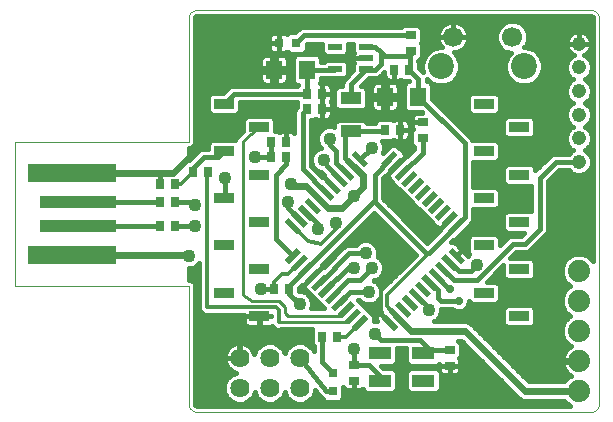
<source format=gtl>
G75*
G70*
%OFA0B0*%
%FSLAX24Y24*%
%IPPOS*%
%LPD*%
%AMOC8*
5,1,8,0,0,1.08239X$1,22.5*
%
%ADD10C,0.0000*%
%ADD11R,0.0276X0.0354*%
%ADD12R,0.0551X0.0630*%
%ADD13R,0.0354X0.0276*%
%ADD14R,0.0315X0.0315*%
%ADD15R,0.0591X0.0197*%
%ADD16R,0.0197X0.0591*%
%ADD17R,0.0748X0.0433*%
%ADD18R,0.0709X0.0394*%
%ADD19R,0.0472X0.0217*%
%ADD20R,0.2953X0.0591*%
%ADD21R,0.2559X0.0394*%
%ADD22R,0.0669X0.0335*%
%ADD23C,0.0640*%
%ADD24C,0.0740*%
%ADD25C,0.0866*%
%ADD26C,0.0669*%
%ADD27C,0.0476*%
%ADD28C,0.0240*%
%ADD29C,0.0160*%
%ADD30C,0.0436*%
%ADD31C,0.0120*%
%ADD32C,0.0290*%
%ADD33C,0.0100*%
D10*
X005900Y000483D02*
X005900Y004401D01*
X000100Y004401D01*
X000100Y009201D01*
X005900Y009201D01*
X005900Y013317D01*
X005902Y013348D01*
X005907Y013379D01*
X005916Y013409D01*
X005928Y013438D01*
X005943Y013466D01*
X005961Y013492D01*
X005982Y013515D01*
X006005Y013536D01*
X006031Y013554D01*
X006059Y013569D01*
X006088Y013581D01*
X006118Y013590D01*
X006149Y013595D01*
X006180Y013597D01*
X019311Y013597D01*
X019342Y013595D01*
X019373Y013589D01*
X019403Y013580D01*
X019432Y013567D01*
X019459Y013551D01*
X019483Y013532D01*
X019506Y013509D01*
X019525Y013485D01*
X019541Y013458D01*
X019554Y013429D01*
X019563Y013399D01*
X019569Y013368D01*
X019571Y013337D01*
X019570Y013337D02*
X019570Y000463D01*
X019571Y000463D02*
X019569Y000431D01*
X019563Y000400D01*
X019554Y000370D01*
X019541Y000341D01*
X019524Y000314D01*
X019505Y000289D01*
X019482Y000266D01*
X019457Y000247D01*
X019430Y000230D01*
X019401Y000217D01*
X019371Y000208D01*
X019340Y000202D01*
X019308Y000200D01*
X019308Y000201D02*
X006183Y000201D01*
X006183Y000200D02*
X006151Y000202D01*
X006120Y000207D01*
X006090Y000216D01*
X006060Y000228D01*
X006032Y000243D01*
X006007Y000262D01*
X005983Y000283D01*
X005962Y000307D01*
X005943Y000332D01*
X005928Y000360D01*
X005916Y000390D01*
X005907Y000420D01*
X005902Y000451D01*
X005900Y000483D01*
D11*
X010344Y002701D03*
X010856Y002701D03*
X009256Y004301D03*
X008744Y004301D03*
X005456Y006401D03*
X004944Y006401D03*
X004944Y007201D03*
X005456Y007201D03*
X005456Y007801D03*
X004944Y007801D03*
X006044Y008201D03*
X006556Y008201D03*
X008644Y008701D03*
X009156Y008701D03*
X009156Y009201D03*
X008644Y009201D03*
X009844Y010301D03*
X010356Y010301D03*
X010356Y010801D03*
X009844Y010801D03*
X012444Y009601D03*
X012956Y009601D03*
X012744Y011601D03*
X013256Y011601D03*
D12*
X013551Y010701D03*
X012449Y010701D03*
X009851Y011601D03*
X008749Y011601D03*
D13*
X013300Y012245D03*
X013300Y012757D03*
X013700Y009857D03*
X013700Y009345D03*
X014600Y002257D03*
X014600Y001745D03*
X011400Y001757D03*
X011400Y001245D03*
D14*
X010700Y001496D03*
X010700Y000905D03*
X009495Y012501D03*
X008905Y012501D03*
D15*
G36*
X011733Y008351D02*
X011316Y008766D01*
X011455Y008905D01*
X011872Y008490D01*
X011733Y008351D01*
G37*
G36*
X011511Y008128D02*
X011094Y008543D01*
X011233Y008682D01*
X011650Y008267D01*
X011511Y008128D01*
G37*
G36*
X011288Y007905D02*
X010871Y008320D01*
X011010Y008459D01*
X011427Y008044D01*
X011288Y007905D01*
G37*
G36*
X011066Y007682D02*
X010649Y008097D01*
X010788Y008236D01*
X011205Y007821D01*
X011066Y007682D01*
G37*
G36*
X010844Y007459D02*
X010427Y007874D01*
X010566Y008013D01*
X010983Y007598D01*
X010844Y007459D01*
G37*
G36*
X010622Y007235D02*
X010205Y007650D01*
X010344Y007789D01*
X010761Y007374D01*
X010622Y007235D01*
G37*
G36*
X010399Y007012D02*
X009982Y007427D01*
X010121Y007566D01*
X010538Y007151D01*
X010399Y007012D01*
G37*
G36*
X010177Y006789D02*
X009760Y007204D01*
X009899Y007343D01*
X010316Y006928D01*
X010177Y006789D01*
G37*
G36*
X009955Y006566D02*
X009538Y006981D01*
X009677Y007120D01*
X010094Y006705D01*
X009955Y006566D01*
G37*
G36*
X009732Y006343D02*
X009315Y006758D01*
X009454Y006897D01*
X009871Y006482D01*
X009732Y006343D01*
G37*
G36*
X009510Y006120D02*
X009093Y006535D01*
X009232Y006674D01*
X009649Y006259D01*
X009510Y006120D01*
G37*
G36*
X013190Y003342D02*
X012773Y003757D01*
X012912Y003896D01*
X013329Y003481D01*
X013190Y003342D01*
G37*
G36*
X012967Y003119D02*
X012550Y003534D01*
X012689Y003673D01*
X013106Y003258D01*
X012967Y003119D01*
G37*
G36*
X012745Y002896D02*
X012328Y003311D01*
X012467Y003450D01*
X012884Y003035D01*
X012745Y002896D01*
G37*
G36*
X013412Y003566D02*
X012995Y003981D01*
X013134Y004120D01*
X013551Y003705D01*
X013412Y003566D01*
G37*
G36*
X013634Y003789D02*
X013217Y004204D01*
X013356Y004343D01*
X013773Y003928D01*
X013634Y003789D01*
G37*
G36*
X013856Y004012D02*
X013439Y004427D01*
X013578Y004566D01*
X013995Y004151D01*
X013856Y004012D01*
G37*
G36*
X014079Y004235D02*
X013662Y004650D01*
X013801Y004789D01*
X014218Y004374D01*
X014079Y004235D01*
G37*
G36*
X014301Y004458D02*
X013884Y004873D01*
X014023Y005012D01*
X014440Y004597D01*
X014301Y004458D01*
G37*
G36*
X014523Y004681D02*
X014106Y005096D01*
X014245Y005235D01*
X014662Y004820D01*
X014523Y004681D01*
G37*
G36*
X014746Y004904D02*
X014329Y005319D01*
X014468Y005458D01*
X014885Y005043D01*
X014746Y004904D01*
G37*
G36*
X014968Y005127D02*
X014551Y005542D01*
X014690Y005681D01*
X015107Y005266D01*
X014968Y005127D01*
G37*
D16*
G36*
X014689Y006128D02*
X014550Y006267D01*
X014965Y006684D01*
X015104Y006545D01*
X014689Y006128D01*
G37*
G36*
X014466Y006351D02*
X014327Y006490D01*
X014742Y006907D01*
X014881Y006768D01*
X014466Y006351D01*
G37*
G36*
X014243Y006573D02*
X014104Y006712D01*
X014519Y007129D01*
X014658Y006990D01*
X014243Y006573D01*
G37*
G36*
X014020Y006795D02*
X013881Y006934D01*
X014296Y007351D01*
X014435Y007212D01*
X014020Y006795D01*
G37*
G36*
X013797Y007018D02*
X013658Y007157D01*
X014073Y007574D01*
X014212Y007435D01*
X013797Y007018D01*
G37*
G36*
X013574Y007240D02*
X013435Y007379D01*
X013850Y007796D01*
X013989Y007657D01*
X013574Y007240D01*
G37*
G36*
X013351Y007462D02*
X013212Y007601D01*
X013627Y008018D01*
X013766Y007879D01*
X013351Y007462D01*
G37*
G36*
X013128Y007685D02*
X012989Y007824D01*
X013404Y008241D01*
X013543Y008102D01*
X013128Y007685D01*
G37*
G36*
X012905Y007907D02*
X012766Y008046D01*
X013181Y008463D01*
X013320Y008324D01*
X012905Y007907D01*
G37*
G36*
X012681Y008129D02*
X012542Y008268D01*
X012957Y008685D01*
X013096Y008546D01*
X012681Y008129D01*
G37*
G36*
X012458Y008352D02*
X012319Y008491D01*
X012734Y008908D01*
X012873Y008769D01*
X012458Y008352D01*
G37*
G36*
X009235Y005117D02*
X009096Y005256D01*
X009511Y005673D01*
X009650Y005534D01*
X009235Y005117D01*
G37*
G36*
X009458Y004894D02*
X009319Y005033D01*
X009734Y005450D01*
X009873Y005311D01*
X009458Y004894D01*
G37*
G36*
X009681Y004672D02*
X009542Y004811D01*
X009957Y005228D01*
X010096Y005089D01*
X009681Y004672D01*
G37*
G36*
X009904Y004450D02*
X009765Y004589D01*
X010180Y005006D01*
X010319Y004867D01*
X009904Y004450D01*
G37*
G36*
X010127Y004227D02*
X009988Y004366D01*
X010403Y004783D01*
X010542Y004644D01*
X010127Y004227D01*
G37*
G36*
X010350Y004005D02*
X010211Y004144D01*
X010626Y004561D01*
X010765Y004422D01*
X010350Y004005D01*
G37*
G36*
X010573Y003783D02*
X010434Y003922D01*
X010849Y004339D01*
X010988Y004200D01*
X010573Y003783D01*
G37*
G36*
X010796Y003561D02*
X010657Y003700D01*
X011072Y004117D01*
X011211Y003978D01*
X010796Y003561D01*
G37*
G36*
X011019Y003338D02*
X010880Y003477D01*
X011295Y003894D01*
X011434Y003755D01*
X011019Y003338D01*
G37*
G36*
X011243Y003116D02*
X011104Y003255D01*
X011519Y003672D01*
X011658Y003533D01*
X011243Y003116D01*
G37*
G36*
X011466Y002894D02*
X011327Y003033D01*
X011742Y003450D01*
X011881Y003311D01*
X011466Y002894D01*
G37*
D17*
X012272Y002153D03*
X012272Y001248D03*
X013728Y001248D03*
X013728Y002153D03*
D18*
X011300Y009549D03*
X011300Y010652D03*
D19*
X010788Y011627D03*
X010788Y012375D03*
X011812Y012375D03*
X011812Y012001D03*
X011812Y011627D03*
D20*
X002021Y008179D03*
X002021Y005423D03*
D21*
X002218Y006407D03*
X002218Y007194D03*
D22*
X007079Y007325D03*
X008260Y006538D03*
X007079Y005750D03*
X008260Y004963D03*
X007079Y004175D03*
X008260Y003388D03*
X008260Y008112D03*
X007079Y008900D03*
X008260Y009687D03*
X007079Y010475D03*
X015740Y010475D03*
X016921Y009687D03*
X015740Y008900D03*
X016921Y008112D03*
X015740Y007325D03*
X016921Y006538D03*
X015740Y005750D03*
X016921Y004963D03*
X015740Y004175D03*
X016921Y003388D03*
D23*
X009600Y002001D03*
X008600Y002001D03*
X007600Y002001D03*
X007600Y001001D03*
X008600Y001001D03*
X009600Y001001D03*
D24*
X018900Y000901D03*
X018900Y001901D03*
X018900Y002901D03*
X018900Y003901D03*
X018900Y004901D03*
D25*
X017078Y011716D03*
X014322Y011716D03*
D26*
X014716Y012701D03*
X016684Y012701D03*
D27*
X018906Y012469D03*
X018906Y011682D03*
X018906Y010894D03*
X018906Y010107D03*
X018906Y009320D03*
X018906Y008532D03*
D28*
X011700Y008101D02*
X011700Y007701D01*
X011400Y007401D01*
X011000Y007001D01*
X010549Y007001D01*
X010260Y007289D01*
X009805Y007745D01*
X009356Y007745D01*
X009300Y007801D01*
X011372Y008405D02*
X011396Y008405D01*
X011700Y008101D01*
X007100Y009901D02*
X005378Y008179D01*
X004800Y008179D01*
X002021Y008179D01*
X002021Y005423D02*
X005822Y005423D01*
X005900Y005401D01*
X012828Y003396D02*
X013324Y002901D01*
X015100Y002901D01*
X017100Y000901D01*
X018900Y000901D01*
D29*
X018442Y001249D02*
X017205Y001249D01*
X017233Y001221D02*
X015371Y003082D01*
X015281Y003172D01*
X015164Y003221D01*
X014075Y003221D01*
X014137Y003246D01*
X014254Y003364D01*
X014318Y003517D01*
X014318Y003621D01*
X014692Y003621D01*
X014705Y003608D01*
X014831Y003556D01*
X014969Y003556D01*
X015095Y003608D01*
X015192Y003705D01*
X015245Y003832D01*
X015245Y003886D01*
X015323Y003808D01*
X016158Y003808D01*
X016275Y003925D01*
X016275Y004426D01*
X016158Y004543D01*
X015838Y004543D01*
X016387Y005091D01*
X016387Y004713D01*
X016504Y004596D01*
X017339Y004596D01*
X017456Y004713D01*
X017456Y005213D01*
X017339Y005330D01*
X016626Y005330D01*
X016816Y005521D01*
X017156Y005521D01*
X017259Y005563D01*
X017759Y006063D01*
X017837Y006142D01*
X017880Y006245D01*
X017880Y007885D01*
X018247Y008252D01*
X018567Y008252D01*
X018658Y008161D01*
X018819Y008094D01*
X018993Y008094D01*
X019154Y008161D01*
X019278Y008284D01*
X019344Y008445D01*
X019344Y008619D01*
X019278Y008780D01*
X019154Y008904D01*
X019101Y008926D01*
X019154Y008948D01*
X019278Y009071D01*
X019344Y009232D01*
X019344Y009407D01*
X019278Y009568D01*
X019154Y009691D01*
X019101Y009713D01*
X019154Y009736D01*
X019278Y009859D01*
X019344Y010020D01*
X019344Y010194D01*
X019278Y010355D01*
X019154Y010478D01*
X019101Y010501D01*
X019154Y010523D01*
X019278Y010646D01*
X019344Y010807D01*
X019344Y010981D01*
X019278Y011143D01*
X019154Y011266D01*
X019101Y011288D01*
X019154Y011310D01*
X019278Y011434D01*
X019344Y011595D01*
X019344Y011769D01*
X019278Y011930D01*
X019154Y012053D01*
X019075Y012086D01*
X019125Y012112D01*
X019179Y012150D01*
X019225Y012197D01*
X019264Y012250D01*
X019294Y012309D01*
X019314Y012371D01*
X019324Y012436D01*
X019324Y012469D01*
X018906Y012469D01*
X018488Y012469D01*
X018488Y012436D01*
X018498Y012371D01*
X018519Y012309D01*
X018549Y012250D01*
X018587Y012197D01*
X018634Y012150D01*
X018687Y012112D01*
X018737Y012086D01*
X018658Y012053D01*
X018535Y011930D01*
X018468Y011769D01*
X018468Y011595D01*
X018535Y011434D01*
X018658Y011310D01*
X018712Y011288D01*
X018658Y011266D01*
X018535Y011143D01*
X018468Y010981D01*
X018468Y010807D01*
X018535Y010646D01*
X018658Y010523D01*
X018712Y010501D01*
X018658Y010478D01*
X018535Y010355D01*
X018468Y010194D01*
X018468Y010020D01*
X018535Y009859D01*
X018658Y009736D01*
X018712Y009713D01*
X018658Y009691D01*
X018535Y009568D01*
X018468Y009407D01*
X018468Y009232D01*
X018535Y009071D01*
X018658Y008948D01*
X018712Y008926D01*
X018658Y008904D01*
X018567Y008812D01*
X018076Y008812D01*
X017973Y008769D01*
X017456Y008253D01*
X017456Y008363D01*
X017339Y008480D01*
X016504Y008480D01*
X016387Y008363D01*
X016387Y007862D01*
X016504Y007745D01*
X017320Y007745D01*
X017320Y006905D01*
X016504Y006905D01*
X016387Y006788D01*
X016387Y006287D01*
X016504Y006170D01*
X017074Y006170D01*
X016984Y006081D01*
X016644Y006081D01*
X016541Y006038D01*
X016463Y005959D01*
X016275Y005771D01*
X016275Y006000D01*
X016158Y006118D01*
X015323Y006118D01*
X015206Y006000D01*
X015206Y005500D01*
X015257Y005449D01*
X015218Y005410D01*
X015026Y005602D01*
X014800Y005827D01*
X014759Y005850D01*
X014713Y005862D01*
X014665Y005862D01*
X014655Y005860D01*
X014723Y005928D01*
X014772Y005928D01*
X015306Y006464D01*
X015306Y006510D01*
X015337Y006542D01*
X015380Y006645D01*
X015380Y006958D01*
X016158Y006958D01*
X016275Y007075D01*
X016275Y007575D01*
X016158Y007692D01*
X015380Y007692D01*
X015380Y008533D01*
X016158Y008533D01*
X016275Y008650D01*
X016275Y009150D01*
X016158Y009267D01*
X015355Y009267D01*
X015337Y009310D01*
X015259Y009389D01*
X014027Y010621D01*
X014027Y011098D01*
X013910Y011216D01*
X013831Y011216D01*
X013831Y011312D01*
X013963Y011180D01*
X014196Y011083D01*
X014448Y011083D01*
X014681Y011180D01*
X014859Y011358D01*
X014955Y011590D01*
X014955Y011842D01*
X014859Y012075D01*
X014748Y012186D01*
X014756Y012186D01*
X014836Y012199D01*
X014913Y012224D01*
X014985Y012260D01*
X015051Y012308D01*
X015108Y012365D01*
X015156Y012431D01*
X015193Y012503D01*
X015218Y012580D01*
X015230Y012660D01*
X015230Y012701D01*
X015230Y012741D01*
X015218Y012821D01*
X015193Y012898D01*
X015156Y012970D01*
X015108Y013036D01*
X015051Y013093D01*
X014985Y013141D01*
X014913Y013178D01*
X014836Y013203D01*
X014756Y013215D01*
X014716Y013215D01*
X014716Y012701D01*
X014716Y012701D01*
X015230Y012701D01*
X014716Y012701D01*
X014716Y012701D01*
X014716Y013215D01*
X014675Y013215D01*
X014595Y013203D01*
X014518Y013178D01*
X014446Y013141D01*
X014380Y013093D01*
X014323Y013036D01*
X014276Y012970D01*
X014239Y012898D01*
X014214Y012821D01*
X014201Y012741D01*
X014201Y012701D01*
X014716Y012701D01*
X014716Y012701D01*
X014201Y012701D01*
X014201Y012660D01*
X014214Y012580D01*
X014239Y012503D01*
X014276Y012431D01*
X014323Y012365D01*
X014339Y012349D01*
X014196Y012349D01*
X013963Y012253D01*
X013785Y012075D01*
X013689Y011842D01*
X013689Y011590D01*
X013708Y011545D01*
X013594Y011659D01*
X013594Y011861D01*
X013557Y011897D01*
X013558Y011907D01*
X013560Y011907D01*
X013677Y012024D01*
X013677Y012465D01*
X013642Y012501D01*
X013677Y012536D01*
X013677Y012977D01*
X013560Y013094D01*
X013040Y013094D01*
X012982Y013037D01*
X009695Y013037D01*
X009593Y012994D01*
X009457Y012858D01*
X009255Y012858D01*
X009186Y012789D01*
X009173Y012802D01*
X009132Y012826D01*
X009086Y012838D01*
X008905Y012838D01*
X008905Y012501D01*
X008905Y012501D01*
X008905Y012838D01*
X008724Y012838D01*
X008678Y012826D01*
X008637Y012802D01*
X008603Y012769D01*
X008580Y012728D01*
X008567Y012682D01*
X008567Y012501D01*
X008905Y012501D01*
X008905Y012501D01*
X008905Y012163D01*
X009086Y012163D01*
X009132Y012175D01*
X009173Y012199D01*
X009186Y012212D01*
X009255Y012143D01*
X009736Y012143D01*
X009853Y012260D01*
X009853Y012462D01*
X009867Y012477D01*
X010352Y012477D01*
X010352Y012184D01*
X010469Y012066D01*
X011107Y012066D01*
X011224Y012184D01*
X011224Y012477D01*
X011376Y012477D01*
X011376Y012184D01*
X011402Y012157D01*
X011396Y012133D01*
X011396Y012001D01*
X011812Y012001D01*
X011812Y012001D01*
X011396Y012001D01*
X011396Y011869D01*
X011402Y011844D01*
X011376Y011818D01*
X011376Y011586D01*
X011063Y011273D01*
X011020Y011170D01*
X011020Y011049D01*
X010863Y011049D01*
X010746Y010932D01*
X010746Y010372D01*
X010863Y010255D01*
X011737Y010255D01*
X011854Y010372D01*
X011854Y010932D01*
X011737Y011049D01*
X011630Y011049D01*
X011900Y011318D01*
X012131Y011318D01*
X012133Y011321D01*
X012156Y011321D01*
X012259Y011363D01*
X012337Y011442D01*
X012426Y011531D01*
X012426Y011400D01*
X012439Y011354D01*
X012462Y011313D01*
X012496Y011279D01*
X012537Y011256D01*
X012583Y011243D01*
X012744Y011243D01*
X012744Y011601D01*
X012744Y011601D01*
X012744Y011243D01*
X012906Y011243D01*
X012951Y011256D01*
X012984Y011275D01*
X013035Y011223D01*
X013237Y011223D01*
X013245Y011216D01*
X013193Y011216D01*
X013076Y011098D01*
X013076Y010303D01*
X013193Y010186D01*
X013670Y010186D01*
X013682Y010174D01*
X013499Y010174D01*
X013453Y010162D01*
X013412Y010138D01*
X013379Y010105D01*
X013355Y010064D01*
X013343Y010018D01*
X013343Y009857D01*
X013700Y009857D01*
X013700Y009857D01*
X013343Y009857D01*
X013343Y009695D01*
X013355Y009649D01*
X013274Y009649D01*
X013274Y009601D02*
X013274Y009801D01*
X013261Y009847D01*
X013238Y009888D01*
X013204Y009922D01*
X013163Y009946D01*
X013117Y009958D01*
X012956Y009958D01*
X012956Y009601D01*
X012956Y009601D01*
X012956Y009958D01*
X012794Y009958D01*
X012749Y009946D01*
X012716Y009927D01*
X012665Y009978D01*
X012223Y009978D01*
X012106Y009861D01*
X012106Y009829D01*
X011854Y009829D01*
X011737Y009946D01*
X010863Y009946D01*
X010746Y009829D01*
X010746Y009693D01*
X010683Y009719D01*
X010517Y009719D01*
X010363Y009655D01*
X010246Y009537D01*
X010182Y009384D01*
X010182Y009217D01*
X010246Y009064D01*
X010298Y009011D01*
X010163Y008955D01*
X010046Y008837D01*
X009982Y008684D01*
X009982Y008517D01*
X010046Y008364D01*
X010163Y008246D01*
X010317Y008183D01*
X010322Y008183D01*
X010401Y008104D01*
X010368Y008071D01*
X010344Y008047D01*
X009980Y008411D01*
X009980Y009923D01*
X010065Y009923D01*
X010116Y009975D01*
X010149Y009956D01*
X010194Y009943D01*
X010356Y009943D01*
X010517Y009943D01*
X010563Y009956D01*
X010604Y009979D01*
X010638Y010013D01*
X010661Y010054D01*
X010674Y010100D01*
X010674Y010301D01*
X010674Y010501D01*
X010661Y010547D01*
X010659Y010551D01*
X010661Y010554D01*
X010674Y010600D01*
X010746Y010600D01*
X010674Y010600D02*
X010674Y010801D01*
X010674Y011001D01*
X010661Y011047D01*
X010638Y011088D01*
X010604Y011122D01*
X010563Y011146D01*
X010517Y011158D01*
X010356Y011158D01*
X010356Y010801D01*
X010356Y010801D01*
X010356Y011158D01*
X010282Y011158D01*
X010327Y011203D01*
X010327Y011321D01*
X010467Y011321D01*
X010469Y011318D01*
X011107Y011318D01*
X011224Y011436D01*
X011224Y011818D01*
X011107Y011935D01*
X010469Y011935D01*
X010415Y011881D01*
X010327Y011881D01*
X010327Y011998D01*
X010210Y012116D01*
X009493Y012116D01*
X009376Y011998D01*
X009376Y011203D01*
X009493Y011086D01*
X009531Y011086D01*
X009526Y011081D01*
X007349Y011081D01*
X007246Y011038D01*
X007050Y010842D01*
X006661Y010842D01*
X006544Y010725D01*
X006544Y010224D01*
X006661Y010107D01*
X007496Y010107D01*
X007613Y010224D01*
X007613Y010521D01*
X009506Y010521D01*
X009506Y010359D01*
X009463Y010315D01*
X009420Y010212D01*
X009420Y009506D01*
X009404Y009522D01*
X009363Y009546D01*
X009317Y009558D01*
X009156Y009558D01*
X009156Y009201D01*
X009156Y009201D01*
X009156Y009558D01*
X008994Y009558D01*
X008949Y009546D01*
X008916Y009527D01*
X008865Y009578D01*
X008794Y009578D01*
X008794Y009937D01*
X008677Y010055D01*
X007842Y010055D01*
X007725Y009937D01*
X007725Y009572D01*
X007570Y009444D01*
X007558Y009439D01*
X007532Y009413D01*
X007503Y009389D01*
X007497Y009378D01*
X007488Y009369D01*
X007474Y009334D01*
X007456Y009301D01*
X007455Y009289D01*
X007450Y009277D01*
X007450Y009267D01*
X006661Y009267D01*
X006544Y009150D01*
X006544Y008981D01*
X006344Y008981D01*
X006241Y008938D01*
X005900Y008597D01*
X005900Y009001D01*
X005983Y009001D01*
X006100Y009118D01*
X006100Y013317D01*
X006102Y013332D01*
X006113Y013361D01*
X006136Y013383D01*
X006164Y013395D01*
X006180Y013397D01*
X019311Y013397D01*
X019326Y013395D01*
X019353Y013379D01*
X019368Y013353D01*
X019370Y013337D01*
X019370Y005237D01*
X019223Y005384D01*
X019013Y005471D01*
X018787Y005471D01*
X018577Y005384D01*
X018417Y005224D01*
X018330Y005014D01*
X018330Y004787D01*
X018417Y004578D01*
X018577Y004417D01*
X018618Y004401D01*
X018577Y004384D01*
X018417Y004224D01*
X018330Y004014D01*
X018330Y003787D01*
X018417Y003578D01*
X018577Y003417D01*
X018618Y003401D01*
X018577Y003384D01*
X018417Y003224D01*
X018330Y003014D01*
X018330Y002787D01*
X018417Y002578D01*
X018577Y002417D01*
X018646Y002389D01*
X018612Y002371D01*
X018542Y002320D01*
X018480Y002259D01*
X018430Y002189D01*
X018390Y002112D01*
X018364Y002029D01*
X018350Y001944D01*
X018350Y001921D01*
X018880Y001921D01*
X018880Y001881D01*
X018350Y001881D01*
X018350Y001857D01*
X018364Y001772D01*
X018390Y001690D01*
X018430Y001612D01*
X018480Y001542D01*
X018542Y001481D01*
X018612Y001430D01*
X018646Y001413D01*
X018577Y001384D01*
X018417Y001224D01*
X018416Y001221D01*
X017233Y001221D01*
X017046Y001407D02*
X018633Y001407D01*
X018464Y001566D02*
X016888Y001566D01*
X016729Y001724D02*
X018379Y001724D01*
X018367Y002041D02*
X016412Y002041D01*
X016571Y001883D02*
X018880Y001883D01*
X018437Y002200D02*
X016254Y002200D01*
X016095Y002358D02*
X018594Y002358D01*
X018478Y002517D02*
X015937Y002517D01*
X015778Y002675D02*
X018376Y002675D01*
X018330Y002834D02*
X015620Y002834D01*
X015461Y002992D02*
X018330Y002992D01*
X018387Y003151D02*
X017456Y003151D01*
X017456Y003138D02*
X017456Y003638D01*
X017339Y003755D01*
X016504Y003755D01*
X016387Y003638D01*
X016387Y003138D01*
X016504Y003021D01*
X017339Y003021D01*
X017456Y003138D01*
X017456Y003309D02*
X018502Y003309D01*
X018527Y003468D02*
X017456Y003468D01*
X017456Y003626D02*
X018397Y003626D01*
X018331Y003785D02*
X015225Y003785D01*
X015113Y003626D02*
X016387Y003626D01*
X016387Y003468D02*
X014297Y003468D01*
X014200Y003309D02*
X016387Y003309D01*
X016387Y003151D02*
X015303Y003151D01*
X014967Y002581D02*
X016919Y000629D01*
X017036Y000581D01*
X018416Y000581D01*
X018417Y000578D01*
X018577Y000417D01*
X018618Y000401D01*
X006183Y000401D01*
X006167Y000402D01*
X006137Y000415D01*
X006114Y000437D01*
X006102Y000467D01*
X006100Y000483D01*
X006100Y004483D01*
X005983Y004601D01*
X005900Y004601D01*
X005900Y004983D01*
X005983Y004983D01*
X006137Y005046D01*
X006240Y005149D01*
X006240Y003649D01*
X006280Y003553D01*
X006353Y003480D01*
X006448Y003441D01*
X007745Y003441D01*
X007745Y003392D01*
X008256Y003392D01*
X008256Y003441D01*
X008264Y003441D01*
X008264Y003392D01*
X008640Y003392D01*
X008640Y003384D01*
X008264Y003384D01*
X008264Y003392D01*
X008256Y003392D01*
X008256Y003384D01*
X008264Y003384D01*
X008264Y003041D01*
X008618Y003041D01*
X008664Y003053D01*
X008677Y003060D01*
X008680Y003053D01*
X008753Y002980D01*
X008848Y002941D01*
X008952Y002941D01*
X008976Y002951D01*
X010006Y002951D01*
X010006Y002441D01*
X010064Y002383D01*
X010064Y002239D01*
X010041Y002295D01*
X009895Y002441D01*
X009703Y002521D01*
X009497Y002521D01*
X009305Y002441D01*
X009159Y002295D01*
X009100Y002152D01*
X009041Y002295D01*
X008895Y002441D01*
X008703Y002521D01*
X008497Y002521D01*
X008305Y002441D01*
X008159Y002295D01*
X008087Y002120D01*
X008063Y002193D01*
X008028Y002263D01*
X007981Y002326D01*
X007926Y002382D01*
X007862Y002428D01*
X007792Y002464D01*
X007717Y002488D01*
X007639Y002501D01*
X007609Y002501D01*
X007609Y002009D01*
X007591Y002009D01*
X007591Y001992D01*
X007100Y001992D01*
X007100Y001961D01*
X007112Y001884D01*
X007137Y001809D01*
X007172Y001739D01*
X007219Y001675D01*
X007274Y001619D01*
X007338Y001573D01*
X007408Y001537D01*
X007480Y001514D01*
X007305Y001441D01*
X007159Y001295D01*
X007080Y001104D01*
X007080Y000897D01*
X007159Y000706D01*
X007305Y000560D01*
X007497Y000481D01*
X007703Y000481D01*
X007895Y000560D01*
X008041Y000706D01*
X008100Y000849D01*
X008159Y000706D01*
X008305Y000560D01*
X008497Y000481D01*
X008703Y000481D01*
X008895Y000560D01*
X009041Y000706D01*
X009100Y000849D01*
X009159Y000706D01*
X009305Y000560D01*
X009497Y000481D01*
X009703Y000481D01*
X009895Y000560D01*
X010041Y000706D01*
X010120Y000897D01*
X010120Y000922D01*
X010252Y000760D01*
X010258Y000747D01*
X010287Y000717D01*
X010314Y000685D01*
X010326Y000678D01*
X010337Y000668D01*
X010343Y000666D01*
X010343Y000665D01*
X010460Y000548D01*
X010940Y000548D01*
X011057Y000665D01*
X011057Y001033D01*
X011079Y000996D01*
X011112Y000963D01*
X011153Y000939D01*
X011199Y000927D01*
X011400Y000927D01*
X011601Y000927D01*
X011647Y000939D01*
X011688Y000963D01*
X011698Y000973D01*
X011698Y000948D01*
X011815Y000831D01*
X012729Y000831D01*
X012846Y000948D01*
X012846Y001547D01*
X012729Y001664D01*
X012388Y001664D01*
X012316Y001737D01*
X012729Y001737D01*
X012846Y001854D01*
X012846Y002321D01*
X013154Y002321D01*
X013154Y001854D01*
X013271Y001737D01*
X014185Y001737D01*
X014243Y001794D01*
X014243Y001745D01*
X014600Y001745D01*
X014957Y001745D01*
X014957Y001906D01*
X014945Y001952D01*
X014926Y001985D01*
X014977Y002036D01*
X014977Y002477D01*
X014874Y002581D01*
X014967Y002581D01*
X014938Y002517D02*
X015031Y002517D01*
X014977Y002358D02*
X015190Y002358D01*
X015348Y002200D02*
X014977Y002200D01*
X014977Y002041D02*
X015507Y002041D01*
X015665Y001883D02*
X014957Y001883D01*
X014957Y001745D02*
X014600Y001745D01*
X014600Y001745D01*
X014600Y001745D01*
X014243Y001745D01*
X014243Y001607D01*
X014185Y001664D01*
X013271Y001664D01*
X013154Y001547D01*
X013154Y000948D01*
X013271Y000831D01*
X014185Y000831D01*
X014302Y000948D01*
X014302Y001473D01*
X014312Y001463D01*
X014353Y001439D01*
X014399Y001427D01*
X014600Y001427D01*
X014801Y001427D01*
X014847Y001439D01*
X014888Y001463D01*
X014921Y001496D01*
X014945Y001537D01*
X014957Y001583D01*
X014957Y001745D01*
X014957Y001724D02*
X015824Y001724D01*
X015982Y001566D02*
X014952Y001566D01*
X014600Y001566D02*
X014600Y001566D01*
X014600Y001427D02*
X014600Y001745D01*
X014600Y001745D01*
X014600Y001427D01*
X014302Y001407D02*
X016141Y001407D01*
X016299Y001249D02*
X014302Y001249D01*
X014302Y001090D02*
X016458Y001090D01*
X016616Y000932D02*
X014286Y000932D01*
X014243Y001724D02*
X012328Y001724D01*
X012272Y001385D02*
X011900Y001757D01*
X011400Y001757D01*
X011400Y002301D01*
X012100Y002801D02*
X012300Y002601D01*
X013600Y002601D01*
X013831Y002369D01*
X013831Y002257D01*
X013728Y002153D01*
X013831Y002257D02*
X014600Y002257D01*
X014600Y001724D02*
X014600Y001724D01*
X013173Y001566D02*
X012827Y001566D01*
X012846Y001407D02*
X013154Y001407D01*
X013154Y001249D02*
X012846Y001249D01*
X012846Y001090D02*
X013154Y001090D01*
X013171Y000932D02*
X012829Y000932D01*
X012272Y001248D02*
X012272Y001385D01*
X011714Y000932D02*
X011618Y000932D01*
X011400Y000932D02*
X011400Y000932D01*
X011400Y000927D02*
X011400Y001245D01*
X011400Y001245D01*
X011400Y000927D01*
X011400Y001090D02*
X011400Y001090D01*
X011182Y000932D02*
X011057Y000932D01*
X011057Y000773D02*
X016775Y000773D01*
X016954Y000615D02*
X011007Y000615D01*
X010700Y000905D02*
X010495Y000905D01*
X009600Y002001D01*
X009120Y002200D02*
X009080Y002200D01*
X008978Y002358D02*
X009222Y002358D01*
X009487Y002517D02*
X008713Y002517D01*
X008487Y002517D02*
X006100Y002517D01*
X006100Y002675D02*
X010006Y002675D01*
X010006Y002517D02*
X009713Y002517D01*
X009978Y002358D02*
X010064Y002358D01*
X010344Y002701D02*
X010344Y001852D01*
X010700Y001496D01*
X010242Y000773D02*
X010069Y000773D01*
X009949Y000615D02*
X010393Y000615D01*
X009251Y000615D02*
X008949Y000615D01*
X009069Y000773D02*
X009131Y000773D01*
X008251Y000615D02*
X007949Y000615D01*
X008069Y000773D02*
X008131Y000773D01*
X007251Y000615D02*
X006100Y000615D01*
X006100Y000773D02*
X007131Y000773D01*
X007080Y000932D02*
X006100Y000932D01*
X006100Y001090D02*
X007080Y001090D01*
X007140Y001249D02*
X006100Y001249D01*
X006100Y001407D02*
X007271Y001407D01*
X007352Y001566D02*
X006100Y001566D01*
X006100Y001724D02*
X007183Y001724D01*
X007113Y001883D02*
X006100Y001883D01*
X006100Y002041D02*
X007100Y002041D01*
X007100Y002040D02*
X007100Y002009D01*
X007591Y002009D01*
X007591Y002501D01*
X007561Y002501D01*
X007483Y002488D01*
X007408Y002464D01*
X007338Y002428D01*
X007274Y002382D01*
X007219Y002326D01*
X007172Y002263D01*
X007137Y002193D01*
X007112Y002118D01*
X007100Y002040D01*
X007140Y002200D02*
X006100Y002200D01*
X006100Y002358D02*
X007250Y002358D01*
X007591Y002358D02*
X007609Y002358D01*
X007609Y002200D02*
X007591Y002200D01*
X007591Y002041D02*
X007609Y002041D01*
X007950Y002358D02*
X008222Y002358D01*
X008120Y002200D02*
X008060Y002200D01*
X008741Y002992D02*
X006100Y002992D01*
X006100Y002834D02*
X010006Y002834D01*
X009990Y003651D02*
X010018Y003717D01*
X010018Y003884D01*
X009954Y004037D01*
X009837Y004155D01*
X009683Y004219D01*
X009594Y004219D01*
X009594Y004329D01*
X009681Y004416D01*
X009706Y004391D01*
X010042Y004728D01*
X010377Y005064D01*
X010403Y005039D01*
X011023Y005659D01*
X011102Y005738D01*
X011205Y005781D01*
X011489Y005781D01*
X011563Y005855D01*
X011717Y005919D01*
X011883Y005919D01*
X012037Y005855D01*
X012154Y005737D01*
X012218Y005584D01*
X012218Y005417D01*
X012199Y005371D01*
X012237Y005355D01*
X012354Y005237D01*
X012418Y005084D01*
X012418Y004917D01*
X012354Y004764D01*
X012237Y004646D01*
X012083Y004583D01*
X012071Y004583D01*
X012137Y004555D01*
X012254Y004437D01*
X012317Y004286D01*
X013468Y005436D01*
X012085Y006820D01*
X010353Y005089D01*
X010377Y005064D01*
X010042Y004728D01*
X010042Y004728D01*
X010042Y004728D01*
X009706Y004391D01*
X009787Y004311D01*
X009787Y004283D01*
X010010Y004060D01*
X010233Y003838D01*
X010421Y003651D01*
X009990Y003651D01*
X010018Y003785D02*
X010287Y003785D01*
X010233Y003838D02*
X010233Y003838D01*
X010128Y003943D02*
X009994Y003943D01*
X010010Y004060D02*
X010010Y004060D01*
X009969Y004102D02*
X009890Y004102D01*
X009810Y004260D02*
X009594Y004260D01*
X009734Y004419D02*
X009734Y004419D01*
X009892Y004577D02*
X009892Y004577D01*
X010050Y004736D02*
X010050Y004736D01*
X010208Y004894D02*
X010208Y004894D01*
X010366Y005053D02*
X010366Y005053D01*
X010389Y005053D02*
X010416Y005053D01*
X010476Y005211D02*
X010575Y005211D01*
X010634Y005370D02*
X010733Y005370D01*
X010793Y005528D02*
X010892Y005528D01*
X010951Y005687D02*
X011050Y005687D01*
X011110Y005845D02*
X011553Y005845D01*
X011268Y006004D02*
X012901Y006004D01*
X012742Y006162D02*
X011427Y006162D01*
X011585Y006321D02*
X012584Y006321D01*
X012425Y006479D02*
X011744Y006479D01*
X011902Y006638D02*
X012267Y006638D01*
X012108Y006796D02*
X012061Y006796D01*
X012583Y007113D02*
X013417Y007113D01*
X013457Y007073D02*
X013680Y006851D01*
X013680Y006851D01*
X013903Y006628D01*
X014160Y006372D01*
X014188Y006372D01*
X014269Y006292D01*
X014282Y006279D01*
X013850Y005847D01*
X012380Y007317D01*
X012380Y007985D01*
X012475Y008080D01*
X012484Y008071D01*
X012819Y008407D01*
X012484Y008071D01*
X012564Y007990D01*
X012565Y007962D01*
X012788Y007740D01*
X012788Y007740D01*
X013011Y007518D01*
X013011Y007518D01*
X013234Y007295D01*
X013457Y007073D01*
X013457Y007073D01*
X013576Y006955D02*
X012742Y006955D01*
X012900Y006796D02*
X013735Y006796D01*
X013894Y006638D02*
X013059Y006638D01*
X013217Y006479D02*
X014053Y006479D01*
X013903Y006628D02*
X013903Y006628D01*
X014240Y006321D02*
X013376Y006321D01*
X013534Y006162D02*
X014166Y006162D01*
X014269Y006292D02*
X014604Y006629D01*
X014604Y006629D01*
X014269Y006292D01*
X014297Y006321D02*
X014297Y006321D01*
X014455Y006479D02*
X014455Y006479D01*
X014806Y006406D02*
X014827Y006406D01*
X014827Y006428D01*
X015100Y006701D01*
X015100Y009152D01*
X013551Y010701D01*
X013551Y011305D01*
X013256Y011601D01*
X013300Y012245D01*
X013197Y012053D01*
X012447Y012053D01*
X012300Y012201D01*
X012300Y011801D01*
X012100Y011601D01*
X011838Y011601D01*
X011812Y011627D01*
X011300Y011115D01*
X011300Y010652D01*
X010746Y010759D02*
X010674Y010759D01*
X010674Y010801D02*
X010356Y010801D01*
X010674Y010801D01*
X010674Y010917D02*
X010746Y010917D01*
X010645Y011076D02*
X011020Y011076D01*
X011046Y011234D02*
X010327Y011234D01*
X010356Y011076D02*
X010356Y011076D01*
X010356Y010917D02*
X010356Y010917D01*
X010356Y010801D02*
X010356Y010801D01*
X010356Y010443D01*
X010356Y010301D01*
X010356Y010301D01*
X010356Y010801D01*
X010356Y010801D01*
X010356Y010759D02*
X010356Y010759D01*
X010356Y010600D02*
X010356Y010600D01*
X010356Y010442D02*
X010356Y010442D01*
X010356Y010301D02*
X010674Y010301D01*
X010356Y010301D01*
X010356Y010301D01*
X010356Y009943D01*
X010356Y010301D01*
X010356Y010301D01*
X010356Y010283D02*
X010356Y010283D01*
X010356Y010125D02*
X010356Y010125D01*
X010356Y009966D02*
X010356Y009966D01*
X010581Y009966D02*
X012212Y009966D01*
X012150Y010206D02*
X012391Y010206D01*
X012391Y010643D01*
X011993Y010643D01*
X011993Y010362D01*
X012005Y010316D01*
X012029Y010275D01*
X012063Y010242D01*
X012104Y010218D01*
X012150Y010206D01*
X012025Y010283D02*
X011765Y010283D01*
X011854Y010442D02*
X011993Y010442D01*
X011993Y010600D02*
X011854Y010600D01*
X011854Y010759D02*
X011993Y010759D01*
X011993Y010758D02*
X011993Y011039D01*
X012005Y011085D01*
X012029Y011126D01*
X012063Y011160D01*
X012104Y011183D01*
X012150Y011196D01*
X012391Y011196D01*
X012391Y010758D01*
X012391Y010643D01*
X012507Y010643D01*
X012507Y010758D01*
X012904Y010758D01*
X012904Y011039D01*
X012892Y011085D01*
X012868Y011126D01*
X012835Y011160D01*
X012794Y011183D01*
X012748Y011196D01*
X012507Y011196D01*
X012507Y010758D01*
X012391Y010758D01*
X011993Y010758D01*
X011993Y010917D02*
X011854Y010917D01*
X012003Y011076D02*
X011657Y011076D01*
X011815Y011234D02*
X013025Y011234D01*
X013076Y011076D02*
X012895Y011076D01*
X012904Y010917D02*
X013076Y010917D01*
X013076Y010759D02*
X012904Y010759D01*
X012904Y010643D02*
X012507Y010643D01*
X012507Y010206D01*
X012748Y010206D01*
X012794Y010218D01*
X012835Y010242D01*
X012868Y010275D01*
X012892Y010316D01*
X012904Y010362D01*
X012904Y010643D01*
X012904Y010600D02*
X013076Y010600D01*
X013076Y010442D02*
X012904Y010442D01*
X012873Y010283D02*
X013095Y010283D01*
X013399Y010125D02*
X010674Y010125D01*
X010674Y010283D02*
X010835Y010283D01*
X010746Y010442D02*
X010674Y010442D01*
X010131Y009966D02*
X010107Y009966D01*
X009980Y009808D02*
X010746Y009808D01*
X010357Y009649D02*
X009980Y009649D01*
X009980Y009491D02*
X010226Y009491D01*
X010182Y009332D02*
X009980Y009332D01*
X009980Y009174D02*
X010200Y009174D01*
X010294Y009015D02*
X009980Y009015D01*
X009980Y008857D02*
X010065Y008857D01*
X009988Y008698D02*
X009980Y008698D01*
X009980Y008540D02*
X009982Y008540D01*
X010010Y008381D02*
X010038Y008381D01*
X010168Y008223D02*
X010220Y008223D01*
X010327Y008064D02*
X010361Y008064D01*
X010368Y008071D02*
X010705Y007736D01*
X010705Y007736D01*
X010368Y008071D01*
X010375Y008064D02*
X010375Y008064D01*
X010534Y007906D02*
X010534Y007906D01*
X010693Y007747D02*
X010693Y007747D01*
X010927Y007959D02*
X010927Y007973D01*
X010500Y008401D01*
X010400Y008601D01*
X010800Y008501D02*
X011119Y008182D01*
X011149Y008182D01*
X011372Y008405D02*
X011100Y008677D01*
X011100Y009501D01*
X011149Y009549D01*
X011300Y009549D01*
X012393Y009549D01*
X012444Y009601D01*
X012360Y009223D02*
X012665Y009223D01*
X012716Y009275D01*
X012749Y009256D01*
X012794Y009243D01*
X012956Y009243D01*
X013117Y009243D01*
X013163Y009256D01*
X013204Y009279D01*
X013238Y009313D01*
X013261Y009354D01*
X013274Y009400D01*
X013274Y009601D01*
X012956Y009601D01*
X012956Y009601D01*
X013274Y009601D01*
X013323Y009565D02*
X013323Y009124D01*
X013421Y009026D01*
X013422Y008960D01*
X013180Y008719D01*
X013155Y008744D01*
X012819Y008407D01*
X012819Y008407D01*
X013155Y008744D01*
X013074Y008824D01*
X013074Y008853D01*
X012818Y009108D01*
X012652Y009108D01*
X012387Y008842D01*
X012418Y008917D01*
X012418Y009084D01*
X012360Y009223D01*
X012381Y009174D02*
X013323Y009174D01*
X013421Y009015D02*
X012911Y009015D01*
X013070Y008857D02*
X013318Y008857D01*
X013109Y008698D02*
X013109Y008698D01*
X012951Y008540D02*
X012951Y008540D01*
X012819Y008407D02*
X012819Y008407D01*
X012793Y008381D02*
X012793Y008381D01*
X012635Y008223D02*
X012635Y008223D01*
X012491Y008064D02*
X012460Y008064D01*
X012380Y007906D02*
X012621Y007906D01*
X012780Y007747D02*
X012380Y007747D01*
X012380Y007589D02*
X012939Y007589D01*
X013098Y007430D02*
X012380Y007430D01*
X012425Y007272D02*
X013257Y007272D01*
X013234Y007295D02*
X013234Y007295D01*
X012100Y007231D02*
X012100Y008101D01*
X012596Y008597D01*
X012596Y008630D01*
X012401Y008857D02*
X012393Y008857D01*
X012418Y009015D02*
X012559Y009015D01*
X012956Y009243D02*
X012956Y009601D01*
X012956Y009243D01*
X012956Y009332D02*
X012956Y009332D01*
X012956Y009491D02*
X012956Y009491D01*
X012956Y009601D02*
X012956Y009601D01*
X012956Y009649D02*
X012956Y009649D01*
X012956Y009808D02*
X012956Y009808D01*
X012676Y009966D02*
X013343Y009966D01*
X013343Y009808D02*
X013272Y009808D01*
X013355Y009649D02*
X013374Y009617D01*
X013323Y009565D01*
X013323Y009491D02*
X013274Y009491D01*
X013249Y009332D02*
X013323Y009332D01*
X013700Y009345D02*
X013702Y008845D01*
X013043Y008185D01*
X012000Y009001D02*
X011627Y008628D01*
X011594Y008628D01*
X010800Y008501D02*
X010800Y008901D01*
X010600Y009101D01*
X010600Y009301D01*
X009420Y009649D02*
X008794Y009649D01*
X008794Y009808D02*
X009420Y009808D01*
X009420Y009966D02*
X008766Y009966D01*
X009156Y009491D02*
X009156Y009491D01*
X009156Y009332D02*
X009156Y009332D01*
X008644Y009201D02*
X008644Y008701D01*
X008100Y008701D01*
X008800Y008101D02*
X009156Y008457D01*
X009156Y008701D01*
X009700Y008295D02*
X009700Y010157D01*
X009844Y010301D01*
X009506Y010442D02*
X007613Y010442D01*
X007613Y010283D02*
X009449Y010283D01*
X009420Y010125D02*
X007514Y010125D01*
X007754Y009966D02*
X006100Y009966D01*
X006100Y009808D02*
X007725Y009808D01*
X007725Y009649D02*
X006100Y009649D01*
X006100Y009491D02*
X007627Y009491D01*
X007473Y009332D02*
X006100Y009332D01*
X006100Y009174D02*
X006568Y009174D01*
X006544Y009015D02*
X005997Y009015D01*
X005900Y008857D02*
X006160Y008857D01*
X006002Y008698D02*
X005900Y008698D01*
X006044Y008345D02*
X006044Y008201D01*
X006044Y008345D02*
X006400Y008701D01*
X006880Y008701D01*
X007079Y008900D01*
X007100Y008001D02*
X007100Y007346D01*
X007079Y007325D01*
X006100Y007101D02*
X005900Y007201D01*
X005456Y007201D01*
X004944Y007201D02*
X002224Y007201D01*
X002224Y006401D02*
X004944Y006401D01*
X005456Y006401D02*
X006100Y006401D01*
X006143Y005053D02*
X006240Y005053D01*
X006240Y004894D02*
X005900Y004894D01*
X005900Y004736D02*
X006240Y004736D01*
X006240Y004577D02*
X006006Y004577D01*
X006100Y004419D02*
X006240Y004419D01*
X006240Y004260D02*
X006100Y004260D01*
X006100Y004102D02*
X006240Y004102D01*
X006240Y003943D02*
X006100Y003943D01*
X006100Y003785D02*
X006240Y003785D01*
X006249Y003626D02*
X006100Y003626D01*
X006100Y003468D02*
X006383Y003468D01*
X006100Y003309D02*
X007745Y003309D01*
X007745Y003384D02*
X007745Y003197D01*
X007757Y003151D01*
X007781Y003110D01*
X007815Y003077D01*
X007856Y003053D01*
X007901Y003041D01*
X008256Y003041D01*
X008256Y003384D01*
X007745Y003384D01*
X007758Y003151D02*
X006100Y003151D01*
X008256Y003151D02*
X008264Y003151D01*
X008256Y003309D02*
X008264Y003309D01*
X009256Y004145D02*
X009600Y003801D01*
X009256Y004145D02*
X009256Y004301D01*
X009256Y004387D01*
X009819Y004950D01*
X012085Y007216D01*
X012100Y007201D01*
X012100Y007201D01*
X013800Y005501D01*
X013900Y005501D01*
X014806Y006406D01*
X015005Y006162D02*
X017066Y006162D01*
X017100Y005801D02*
X016700Y005801D01*
X015500Y004601D01*
X014742Y004601D01*
X014384Y004958D01*
X014162Y004735D02*
X014596Y004301D01*
X014600Y004301D01*
X014200Y004252D02*
X014200Y004001D01*
X014300Y003901D01*
X014900Y003901D01*
X014200Y004252D02*
X013940Y004512D01*
X013495Y004066D02*
X013900Y003661D01*
X013900Y003601D01*
X012609Y004577D02*
X012084Y004577D01*
X012262Y004419D02*
X012450Y004419D01*
X012326Y004736D02*
X012767Y004736D01*
X012926Y004894D02*
X012408Y004894D01*
X012418Y005053D02*
X013084Y005053D01*
X013243Y005211D02*
X012365Y005211D01*
X012202Y005370D02*
X013401Y005370D01*
X013376Y005528D02*
X012218Y005528D01*
X012176Y005687D02*
X013218Y005687D01*
X013059Y005845D02*
X012047Y005845D01*
X011800Y005501D02*
X011260Y005501D01*
X010265Y004505D01*
X010488Y004289D02*
X011200Y005001D01*
X011400Y005001D01*
X011200Y004601D02*
X011600Y004601D01*
X012000Y005001D01*
X011200Y004601D02*
X010711Y004112D01*
X010711Y004061D01*
X010488Y004283D02*
X010488Y004289D01*
X010934Y003839D02*
X011296Y004201D01*
X011900Y004201D01*
X011589Y003921D02*
X011554Y003921D01*
X011635Y003839D01*
X011635Y003839D01*
X011859Y003617D01*
X011859Y003617D01*
X012082Y003394D01*
X012082Y003229D01*
X012072Y003219D01*
X012173Y003219D01*
X012160Y003242D01*
X012147Y003288D01*
X012147Y003335D01*
X012159Y003381D01*
X012183Y003422D01*
X012269Y003509D01*
X012552Y003227D01*
X012552Y003227D01*
X012269Y003509D01*
X012309Y003548D01*
X012280Y003577D01*
X012240Y003673D01*
X012240Y003949D01*
X012137Y003846D01*
X011983Y003783D01*
X011817Y003783D01*
X011663Y003846D01*
X011589Y003921D01*
X011690Y003785D02*
X011812Y003785D01*
X011849Y003626D02*
X012259Y003626D01*
X012240Y003785D02*
X011988Y003785D01*
X012234Y003943D02*
X012240Y003943D01*
X012228Y003468D02*
X012008Y003468D01*
X012082Y003309D02*
X012147Y003309D01*
X012310Y003468D02*
X012310Y003468D01*
X012470Y003309D02*
X012470Y003309D01*
X010938Y003839D02*
X010934Y003839D01*
X008744Y004301D02*
X008300Y004301D01*
X008744Y004321D02*
X008744Y004301D01*
X009373Y005395D02*
X008800Y005967D01*
X008800Y008101D01*
X009700Y008295D02*
X010483Y007512D01*
X009816Y006843D02*
X010200Y006459D01*
X010200Y006301D01*
X009593Y006620D02*
X009581Y006620D01*
X009200Y007001D01*
X009200Y007201D01*
X012085Y007216D02*
X012100Y007231D01*
X013693Y006004D02*
X014007Y006004D01*
X014768Y005845D02*
X015206Y005845D01*
X015206Y005687D02*
X014940Y005687D01*
X015026Y005602D02*
X014829Y005404D01*
X014829Y005404D01*
X015026Y005602D01*
X015099Y005528D02*
X015206Y005528D01*
X014953Y005528D02*
X014953Y005528D01*
X014619Y005181D02*
X014900Y004901D01*
X015300Y004901D01*
X015500Y005101D01*
X016031Y004736D02*
X016387Y004736D01*
X016387Y004894D02*
X016190Y004894D01*
X016348Y005053D02*
X016387Y005053D01*
X016665Y005370D02*
X018563Y005370D01*
X018412Y005211D02*
X017456Y005211D01*
X017456Y005053D02*
X018346Y005053D01*
X018330Y004894D02*
X017456Y004894D01*
X017456Y004736D02*
X018351Y004736D01*
X018417Y004577D02*
X015873Y004577D01*
X016275Y004419D02*
X018576Y004419D01*
X018453Y004260D02*
X016275Y004260D01*
X016275Y004102D02*
X018366Y004102D01*
X018330Y003943D02*
X016275Y003943D01*
X014619Y005181D02*
X014607Y005181D01*
X014847Y006004D02*
X015209Y006004D01*
X015163Y006321D02*
X016387Y006321D01*
X016387Y006479D02*
X015306Y006479D01*
X015377Y006638D02*
X016387Y006638D01*
X016395Y006796D02*
X015380Y006796D01*
X015380Y006955D02*
X017320Y006955D01*
X017320Y007113D02*
X016275Y007113D01*
X016275Y007272D02*
X017320Y007272D01*
X017320Y007430D02*
X016275Y007430D01*
X016261Y007589D02*
X017320Y007589D01*
X017600Y008001D02*
X018131Y008532D01*
X018906Y008532D01*
X018596Y008223D02*
X018218Y008223D01*
X018060Y008064D02*
X019370Y008064D01*
X019370Y007906D02*
X017901Y007906D01*
X017880Y007747D02*
X019370Y007747D01*
X019370Y007589D02*
X017880Y007589D01*
X017880Y007430D02*
X019370Y007430D01*
X019370Y007272D02*
X017880Y007272D01*
X017880Y007113D02*
X019370Y007113D01*
X019370Y006955D02*
X017880Y006955D01*
X017880Y006796D02*
X019370Y006796D01*
X019370Y006638D02*
X017880Y006638D01*
X017880Y006479D02*
X019370Y006479D01*
X019370Y006321D02*
X017880Y006321D01*
X017600Y006301D02*
X017600Y008001D01*
X017585Y008381D02*
X017437Y008381D01*
X017743Y008540D02*
X016165Y008540D01*
X016275Y008698D02*
X017902Y008698D01*
X018493Y009174D02*
X016251Y009174D01*
X016275Y009015D02*
X018591Y009015D01*
X018611Y008857D02*
X016275Y008857D01*
X016405Y008381D02*
X015380Y008381D01*
X015380Y008223D02*
X016387Y008223D01*
X016387Y008064D02*
X015380Y008064D01*
X015380Y007906D02*
X016387Y007906D01*
X016502Y007747D02*
X015380Y007747D01*
X015316Y009332D02*
X016492Y009332D01*
X016504Y009320D02*
X017339Y009320D01*
X017456Y009437D01*
X017456Y009937D01*
X017339Y010055D01*
X016504Y010055D01*
X016387Y009937D01*
X016387Y009437D01*
X016504Y009320D01*
X016387Y009491D02*
X015157Y009491D01*
X014999Y009649D02*
X016387Y009649D01*
X016387Y009808D02*
X014840Y009808D01*
X014682Y009966D02*
X016415Y009966D01*
X016175Y010125D02*
X018468Y010125D01*
X018490Y009966D02*
X017427Y009966D01*
X017456Y009808D02*
X018586Y009808D01*
X018616Y009649D02*
X017456Y009649D01*
X017456Y009491D02*
X018503Y009491D01*
X018468Y009332D02*
X017351Y009332D01*
X016275Y010224D02*
X016275Y010725D01*
X016158Y010842D01*
X015323Y010842D01*
X015206Y010725D01*
X015206Y010224D01*
X015323Y010107D01*
X016158Y010107D01*
X016275Y010224D01*
X016275Y010283D02*
X018505Y010283D01*
X018621Y010442D02*
X016275Y010442D01*
X016275Y010600D02*
X018581Y010600D01*
X018488Y010759D02*
X016241Y010759D01*
X016665Y011234D02*
X014735Y011234D01*
X014873Y011393D02*
X016527Y011393D01*
X016541Y011358D02*
X016719Y011180D01*
X016952Y011083D01*
X017204Y011083D01*
X017437Y011180D01*
X017615Y011358D01*
X017711Y011590D01*
X017711Y011842D01*
X017615Y012075D01*
X017437Y012253D01*
X017204Y012349D01*
X017089Y012349D01*
X017138Y012398D01*
X017219Y012594D01*
X017219Y012807D01*
X017138Y013003D01*
X016987Y013154D01*
X016791Y013235D01*
X016578Y013235D01*
X016381Y013154D01*
X016231Y013003D01*
X016150Y012807D01*
X016150Y012594D01*
X016231Y012398D01*
X016381Y012247D01*
X016578Y012166D01*
X016632Y012166D01*
X016541Y012075D01*
X016445Y011842D01*
X016445Y011590D01*
X016541Y011358D01*
X016461Y011551D02*
X014939Y011551D01*
X014955Y011710D02*
X016445Y011710D01*
X016456Y011868D02*
X014944Y011868D01*
X014879Y012027D02*
X016521Y012027D01*
X016532Y012185D02*
X014749Y012185D01*
X015087Y012344D02*
X016285Y012344D01*
X016188Y012502D02*
X015192Y012502D01*
X015230Y012661D02*
X016150Y012661D01*
X016155Y012819D02*
X015218Y012819D01*
X015151Y012978D02*
X016220Y012978D01*
X016364Y013136D02*
X014992Y013136D01*
X014716Y013136D02*
X014716Y013136D01*
X014716Y012978D02*
X014716Y012978D01*
X014716Y012819D02*
X014716Y012819D01*
X014440Y013136D02*
X006100Y013136D01*
X006100Y012978D02*
X009576Y012978D01*
X009751Y012757D02*
X009495Y012501D01*
X009751Y012757D02*
X013300Y012757D01*
X013677Y012819D02*
X014213Y012819D01*
X014201Y012661D02*
X013677Y012661D01*
X013643Y012502D02*
X014239Y012502D01*
X014182Y012344D02*
X013677Y012344D01*
X013677Y012185D02*
X013896Y012185D01*
X013765Y012027D02*
X013677Y012027D01*
X013700Y011868D02*
X013586Y011868D01*
X013594Y011710D02*
X013689Y011710D01*
X013701Y011551D02*
X013705Y011551D01*
X013831Y011234D02*
X013909Y011234D01*
X014027Y011076D02*
X018507Y011076D01*
X018468Y010917D02*
X014027Y010917D01*
X014027Y010759D02*
X015239Y010759D01*
X015206Y010600D02*
X014048Y010600D01*
X014206Y010442D02*
X015206Y010442D01*
X015206Y010283D02*
X014365Y010283D01*
X014523Y010125D02*
X015305Y010125D01*
X017491Y011234D02*
X018627Y011234D01*
X018576Y011393D02*
X017629Y011393D01*
X017695Y011551D02*
X018486Y011551D01*
X018468Y011710D02*
X017711Y011710D01*
X017700Y011868D02*
X018509Y011868D01*
X018632Y012027D02*
X017635Y012027D01*
X017504Y012185D02*
X018599Y012185D01*
X018507Y012344D02*
X017218Y012344D01*
X017181Y012502D02*
X018488Y012502D01*
X018488Y012469D01*
X018906Y012469D01*
X018906Y012469D01*
X018906Y012887D01*
X018873Y012887D01*
X018808Y012877D01*
X018746Y012857D01*
X018687Y012827D01*
X018634Y012788D01*
X018587Y012742D01*
X018549Y012688D01*
X018519Y012630D01*
X018498Y012567D01*
X018488Y012502D01*
X018535Y012661D02*
X017219Y012661D01*
X017214Y012819D02*
X018677Y012819D01*
X018906Y012819D02*
X018906Y012819D01*
X018906Y012887D02*
X018906Y012469D01*
X018906Y012469D01*
X018906Y012469D01*
X019324Y012469D01*
X019324Y012502D01*
X019314Y012567D01*
X019294Y012630D01*
X019264Y012688D01*
X019225Y012742D01*
X019179Y012788D01*
X019125Y012827D01*
X019067Y012857D01*
X019004Y012877D01*
X018939Y012887D01*
X018906Y012887D01*
X018906Y012661D02*
X018906Y012661D01*
X018906Y012502D02*
X018906Y012502D01*
X019136Y012819D02*
X019370Y012819D01*
X019370Y012661D02*
X019278Y012661D01*
X019324Y012502D02*
X019370Y012502D01*
X019370Y012344D02*
X019305Y012344D01*
X019370Y012185D02*
X019214Y012185D01*
X019181Y012027D02*
X019370Y012027D01*
X019370Y011868D02*
X019303Y011868D01*
X019344Y011710D02*
X019370Y011710D01*
X019370Y011551D02*
X019326Y011551D01*
X019370Y011393D02*
X019237Y011393D01*
X019186Y011234D02*
X019370Y011234D01*
X019370Y011076D02*
X019305Y011076D01*
X019344Y010917D02*
X019370Y010917D01*
X019370Y010759D02*
X019324Y010759D01*
X019370Y010600D02*
X019232Y010600D01*
X019191Y010442D02*
X019370Y010442D01*
X019370Y010283D02*
X019308Y010283D01*
X019344Y010125D02*
X019370Y010125D01*
X019370Y009966D02*
X019322Y009966D01*
X019370Y009808D02*
X019227Y009808D01*
X019196Y009649D02*
X019370Y009649D01*
X019370Y009491D02*
X019310Y009491D01*
X019344Y009332D02*
X019370Y009332D01*
X019370Y009174D02*
X019320Y009174D01*
X019370Y009015D02*
X019222Y009015D01*
X019201Y008857D02*
X019370Y008857D01*
X019370Y008698D02*
X019312Y008698D01*
X019344Y008540D02*
X019370Y008540D01*
X019370Y008381D02*
X019318Y008381D01*
X019370Y008223D02*
X019216Y008223D01*
X017600Y006301D02*
X017100Y005801D01*
X017174Y005528D02*
X019370Y005528D01*
X019370Y005370D02*
X019237Y005370D01*
X019370Y005687D02*
X017382Y005687D01*
X017541Y005845D02*
X019370Y005845D01*
X019370Y006004D02*
X017699Y006004D01*
X017846Y006162D02*
X019370Y006162D01*
X016507Y006004D02*
X016272Y006004D01*
X016275Y005845D02*
X016349Y005845D01*
X013154Y002200D02*
X012846Y002200D01*
X012846Y002041D02*
X013154Y002041D01*
X013154Y001883D02*
X012846Y001883D01*
X018538Y000456D02*
X006106Y000456D01*
X004944Y007801D02*
X004944Y008123D01*
X004800Y008179D01*
X006100Y010125D02*
X006644Y010125D01*
X006544Y010283D02*
X006100Y010283D01*
X006100Y010442D02*
X006544Y010442D01*
X006544Y010600D02*
X006100Y010600D01*
X006100Y010759D02*
X006578Y010759D01*
X006100Y010917D02*
X007125Y010917D01*
X007337Y011076D02*
X006100Y011076D01*
X006100Y011234D02*
X008301Y011234D01*
X008305Y011216D02*
X008329Y011175D01*
X008363Y011142D01*
X008404Y011118D01*
X008450Y011106D01*
X008691Y011106D01*
X008691Y011543D01*
X008293Y011543D01*
X008293Y011262D01*
X008305Y011216D01*
X008293Y011393D02*
X006100Y011393D01*
X006100Y011551D02*
X008691Y011551D01*
X008691Y011543D02*
X008691Y011658D01*
X008293Y011658D01*
X008293Y011939D01*
X008305Y011985D01*
X008329Y012026D01*
X008363Y012060D01*
X008404Y012083D01*
X008450Y012096D01*
X008691Y012096D01*
X008691Y011658D01*
X008807Y011658D01*
X009204Y011658D01*
X009204Y011939D01*
X009192Y011985D01*
X009168Y012026D01*
X009135Y012060D01*
X009094Y012083D01*
X009048Y012096D01*
X008807Y012096D01*
X008807Y011658D01*
X008807Y011543D01*
X009204Y011543D01*
X009204Y011262D01*
X009192Y011216D01*
X009168Y011175D01*
X009135Y011142D01*
X009094Y011118D01*
X009048Y011106D01*
X008807Y011106D01*
X008807Y011543D01*
X008691Y011543D01*
X008807Y011551D02*
X009376Y011551D01*
X009376Y011393D02*
X009204Y011393D01*
X009197Y011234D02*
X009376Y011234D01*
X009844Y011594D02*
X009844Y010801D01*
X007405Y010801D01*
X007079Y010475D01*
X006100Y011710D02*
X008293Y011710D01*
X008293Y011868D02*
X006100Y011868D01*
X006100Y012027D02*
X008330Y012027D01*
X008661Y012185D02*
X006100Y012185D01*
X006100Y012344D02*
X008567Y012344D01*
X008567Y012319D02*
X008580Y012274D01*
X008603Y012233D01*
X008637Y012199D01*
X008678Y012175D01*
X008724Y012163D01*
X008905Y012163D01*
X008905Y012501D01*
X008905Y012501D01*
X008567Y012501D01*
X008567Y012319D01*
X008567Y012502D02*
X006100Y012502D01*
X006100Y012661D02*
X008567Y012661D01*
X008666Y012819D02*
X006100Y012819D01*
X006100Y013295D02*
X019370Y013295D01*
X019370Y013136D02*
X017005Y013136D01*
X017148Y012978D02*
X019370Y012978D01*
X014281Y012978D02*
X013677Y012978D01*
X012300Y012201D02*
X012126Y012375D01*
X011812Y012375D01*
X011376Y012344D02*
X011224Y012344D01*
X011224Y012185D02*
X011376Y012185D01*
X011396Y012027D02*
X010299Y012027D01*
X010352Y012185D02*
X009778Y012185D01*
X009853Y012344D02*
X010352Y012344D01*
X011174Y011868D02*
X011396Y011868D01*
X011376Y011710D02*
X011224Y011710D01*
X011224Y011551D02*
X011340Y011551D01*
X011182Y011393D02*
X011182Y011393D01*
X010788Y011627D02*
X010762Y011601D01*
X009851Y011601D01*
X009844Y011594D01*
X009376Y011710D02*
X009204Y011710D01*
X009204Y011868D02*
X009376Y011868D01*
X009404Y012027D02*
X009168Y012027D01*
X009149Y012185D02*
X009213Y012185D01*
X008905Y012185D02*
X008905Y012185D01*
X008807Y012027D02*
X008691Y012027D01*
X008691Y011868D02*
X008807Y011868D01*
X008807Y011710D02*
X008691Y011710D01*
X008691Y011393D02*
X008807Y011393D01*
X008807Y011234D02*
X008691Y011234D01*
X008905Y012344D02*
X008905Y012344D01*
X008905Y012502D02*
X008905Y012502D01*
X008905Y012661D02*
X008905Y012661D01*
X008905Y012819D02*
X008905Y012819D01*
X009143Y012819D02*
X009216Y012819D01*
X012288Y011393D02*
X012428Y011393D01*
X012337Y011442D02*
X012337Y011442D01*
X012391Y011076D02*
X012507Y011076D01*
X012507Y010917D02*
X012391Y010917D01*
X012391Y010759D02*
X012507Y010759D01*
X012507Y010600D02*
X012391Y010600D01*
X012391Y010442D02*
X012507Y010442D01*
X012507Y010283D02*
X012391Y010283D01*
X012744Y011393D02*
X012744Y011393D01*
X012744Y011551D02*
X012744Y011551D01*
D30*
X010600Y009301D03*
X010400Y008601D03*
X009300Y007801D03*
X009200Y007201D03*
X010200Y006301D03*
X010800Y006501D03*
X011400Y007401D03*
X012000Y009001D03*
X008100Y008701D03*
X007100Y008001D03*
X006100Y007101D03*
X006100Y006401D03*
X005900Y005401D03*
X008300Y004301D03*
X009600Y003801D03*
X011400Y005001D03*
X012000Y005001D03*
X011800Y005501D03*
X012700Y005501D03*
X011900Y004201D03*
X012100Y002801D03*
X011400Y002301D03*
X013900Y003601D03*
X015500Y005101D03*
D31*
X013900Y005501D02*
X012500Y004101D01*
X012500Y003725D01*
X012828Y003396D01*
X012606Y003173D02*
X012300Y003479D01*
X012300Y004301D01*
X012900Y004901D01*
X012900Y005101D01*
X012700Y005301D01*
X012700Y005501D01*
X010800Y006301D02*
X010800Y006501D01*
X010800Y006301D02*
X010300Y005801D01*
X009867Y005901D01*
X009371Y006397D01*
X009596Y005172D02*
X009224Y004801D01*
X009000Y004801D01*
X008744Y004545D01*
X008744Y004321D01*
X008800Y003701D02*
X006500Y003701D01*
X006500Y008201D01*
X006556Y008201D01*
X006044Y008201D02*
X005644Y007801D01*
X005456Y007801D01*
X002224Y007201D02*
X002218Y007194D01*
X002218Y006407D02*
X002224Y006401D01*
X008800Y003701D02*
X008900Y003601D01*
X008900Y003201D01*
X010856Y002701D02*
X011133Y002701D01*
X011604Y003172D01*
X011381Y003394D02*
X011187Y003201D01*
D32*
X014600Y004301D03*
X014900Y003901D03*
D33*
X011157Y003616D02*
X010942Y003401D01*
X009200Y003401D01*
X009100Y003501D01*
X009100Y003701D01*
X008900Y003901D01*
X008000Y003901D01*
X007700Y004101D01*
X007700Y009227D01*
X008260Y009687D01*
X008900Y003201D02*
X011187Y003201D01*
M02*

</source>
